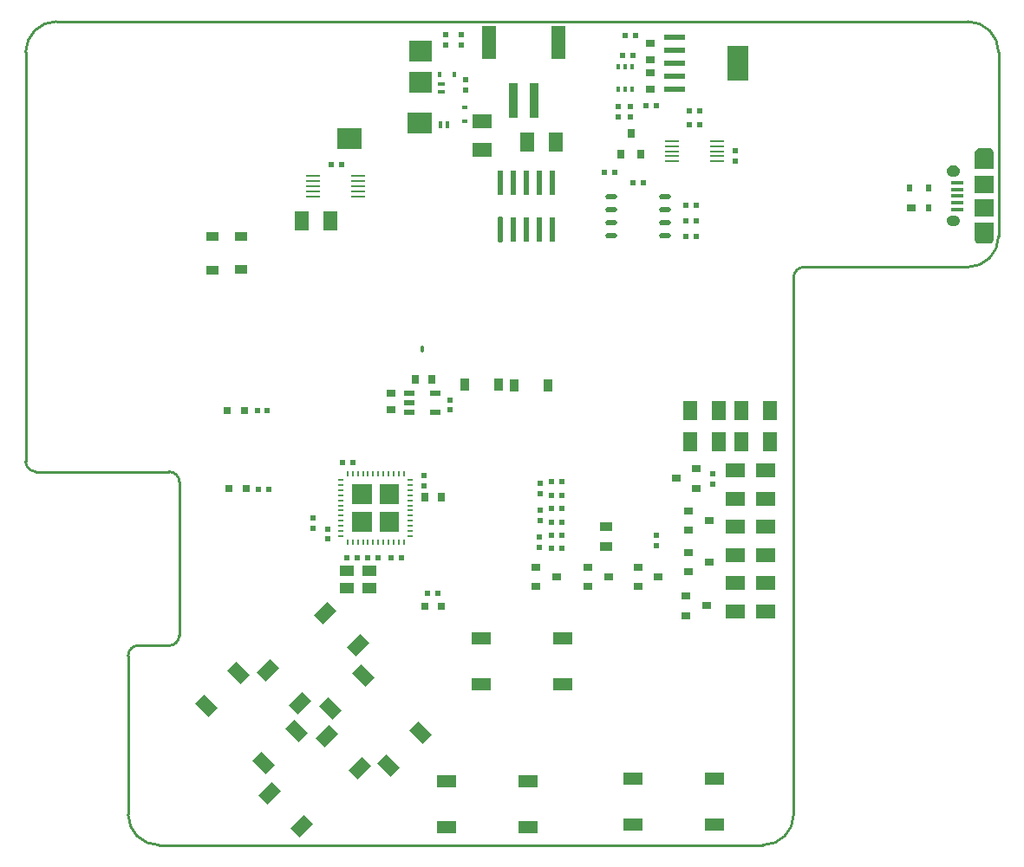
<source format=gtp>
G04*
G04 #@! TF.GenerationSoftware,Altium Limited,Altium Designer,21.0.8 (223)*
G04*
G04 Layer_Color=8421504*
%FSAX25Y25*%
%MOIN*%
G70*
G04*
G04 #@! TF.SameCoordinates,C73BC072-7C63-40B6-A927-07284C235285*
G04*
G04*
G04 #@! TF.FilePolarity,Positive*
G04*
G01*
G75*
%ADD14C,0.01000*%
%ADD22O,0.01364X0.03264*%
%ADD23R,0.02756X0.02756*%
%ADD24R,0.01339X0.02520*%
%ADD25R,0.02520X0.01339*%
%ADD26R,0.02264X0.09764*%
G04:AMPARAMS|DCode=27|XSize=97.64mil|YSize=22.64mil|CornerRadius=5.07mil|HoleSize=0mil|Usage=FLASHONLY|Rotation=90.000|XOffset=0mil|YOffset=0mil|HoleType=Round|Shape=RoundedRectangle|*
%AMROUNDEDRECTD27*
21,1,0.09764,0.01250,0,0,90.0*
21,1,0.08750,0.02264,0,0,90.0*
1,1,0.01014,0.00625,0.04375*
1,1,0.01014,0.00625,-0.04375*
1,1,0.01014,-0.00625,-0.04375*
1,1,0.01014,-0.00625,0.04375*
%
%ADD27ROUNDEDRECTD27*%
%ADD28R,0.01339X0.02126*%
%ADD29R,0.03307X0.02913*%
%ADD30R,0.02913X0.03307*%
%ADD31R,0.04882X0.03307*%
G04:AMPARAMS|DCode=32|XSize=72.44mil|YSize=48.82mil|CornerRadius=0mil|HoleSize=0mil|Usage=FLASHONLY|Rotation=45.000|XOffset=0mil|YOffset=0mil|HoleType=Round|Shape=Rectangle|*
%AMROTATEDRECTD32*
4,1,4,-0.00835,-0.04287,-0.04287,-0.00835,0.00835,0.04287,0.04287,0.00835,-0.00835,-0.04287,0.0*
%
%ADD32ROTATEDRECTD32*%

G04:AMPARAMS|DCode=33|XSize=72.44mil|YSize=48.82mil|CornerRadius=0mil|HoleSize=0mil|Usage=FLASHONLY|Rotation=315.000|XOffset=0mil|YOffset=0mil|HoleType=Round|Shape=Rectangle|*
%AMROTATEDRECTD33*
4,1,4,-0.04287,0.00835,-0.00835,0.04287,0.04287,-0.00835,0.00835,-0.04287,-0.04287,0.00835,0.0*
%
%ADD33ROTATEDRECTD33*%

%ADD34R,0.07244X0.04882*%
%ADD35R,0.05669X0.13150*%
%ADD36R,0.03701X0.13543*%
G04:AMPARAMS|DCode=37|XSize=21.26mil|YSize=23.23mil|CornerRadius=1.77mil|HoleSize=0mil|Usage=FLASHONLY|Rotation=270.000|XOffset=0mil|YOffset=0mil|HoleType=Round|Shape=RoundedRectangle|*
%AMROUNDEDRECTD37*
21,1,0.02126,0.01968,0,0,270.0*
21,1,0.01772,0.02323,0,0,270.0*
1,1,0.00354,-0.00984,-0.00886*
1,1,0.00354,-0.00984,0.00886*
1,1,0.00354,0.00984,0.00886*
1,1,0.00354,0.00984,-0.00886*
%
%ADD37ROUNDEDRECTD37*%
%ADD38R,0.05276X0.07638*%
G04:AMPARAMS|DCode=39|XSize=21.26mil|YSize=23.23mil|CornerRadius=1.77mil|HoleSize=0mil|Usage=FLASHONLY|Rotation=180.000|XOffset=0mil|YOffset=0mil|HoleType=Round|Shape=RoundedRectangle|*
%AMROUNDEDRECTD39*
21,1,0.02126,0.01968,0,0,180.0*
21,1,0.01772,0.02323,0,0,180.0*
1,1,0.00354,-0.00886,0.00984*
1,1,0.00354,0.00886,0.00984*
1,1,0.00354,0.00886,-0.00984*
1,1,0.00354,-0.00886,-0.00984*
%
%ADD39ROUNDEDRECTD39*%
%ADD40R,0.02126X0.02520*%
%ADD41R,0.03701X0.02520*%
%ADD42R,0.04564X0.03364*%
%ADD43R,0.05472X0.00945*%
%ADD44R,0.07638X0.05276*%
%ADD45O,0.04685X0.02126*%
%ADD46R,0.05276X0.00945*%
%ADD47R,0.02362X0.01575*%
%ADD48R,0.01575X0.02362*%
%ADD49R,0.03364X0.04564*%
%ADD50R,0.04291X0.02126*%
%ADD51R,0.05276X0.04488*%
%ADD52R,0.01929X0.00945*%
%ADD53R,0.00945X0.01929*%
%ADD54R,0.08425X0.02126*%
%ADD55R,0.08425X0.13543*%
%ADD56R,0.09606X0.08425*%
%ADD57R,0.08819X0.08425*%
%ADD58R,0.07244X0.06850*%
%ADD59R,0.05079X0.01339*%
G36*
X0331961Y0267898D02*
X0332482Y0267377D01*
X0332763Y0266697D01*
Y0266329D01*
Y0260149D01*
X0325520D01*
Y0266329D01*
Y0266697D01*
X0325802Y0267377D01*
X0326322Y0267898D01*
X0327002Y0268179D01*
X0331281D01*
X0331961Y0267898D01*
D02*
G37*
G36*
X0318895Y0261093D02*
X0319477Y0260512D01*
X0319791Y0259752D01*
Y0258930D01*
X0319477Y0258170D01*
X0318895Y0257589D01*
X0318135Y0257274D01*
X0316526D01*
X0315766Y0257589D01*
X0315185Y0258170D01*
X0314870Y0258930D01*
Y0259752D01*
X0315185Y0260512D01*
X0315766Y0261093D01*
X0316526Y0261408D01*
X0318135D01*
X0318895Y0261093D01*
D02*
G37*
G36*
Y0241999D02*
X0319477Y0241418D01*
X0319791Y0240658D01*
Y0239836D01*
X0319477Y0239076D01*
X0318895Y0238494D01*
X0318135Y0238180D01*
X0316526D01*
X0315766Y0238494D01*
X0315185Y0239076D01*
X0314870Y0239836D01*
Y0240658D01*
X0315185Y0241418D01*
X0315766Y0241999D01*
X0316526Y0242314D01*
X0318135D01*
X0318895Y0241999D01*
D02*
G37*
G36*
X0332763Y0233259D02*
Y0232891D01*
X0332482Y0232211D01*
X0331961Y0231690D01*
X0331281Y0231409D01*
X0327002D01*
X0326322Y0231690D01*
X0325802Y0232211D01*
X0325520Y0232891D01*
Y0233259D01*
Y0239439D01*
X0332763D01*
Y0233259D01*
D02*
G37*
G36*
X0104252Y0131301D02*
X0096772D01*
Y0138781D01*
X0104252D01*
Y0131301D01*
D02*
G37*
G36*
X0093622D02*
X0086142D01*
Y0138781D01*
X0093622D01*
Y0131301D01*
D02*
G37*
G36*
X0104252Y0120671D02*
X0096772D01*
Y0128151D01*
X0104252D01*
Y0120671D01*
D02*
G37*
G36*
X0093622D02*
X0086142D01*
Y0128151D01*
X0093622D01*
Y0120671D01*
D02*
G37*
D14*
X0015748Y0076772D02*
G03*
X0019685Y0080709I0000000J0003937D01*
G01*
X0334646Y0305118D02*
G03*
X0322835Y0316929I-0011811J0000000D01*
G01*
X-0027559D02*
G03*
X-0039370Y0305118I0000000J-0011811D01*
G01*
X0259842Y0222441D02*
G03*
X0255906Y0218504I0000000J-0003937D01*
G01*
X0322835Y0222441D02*
G03*
X0334646Y0234252I0000000J0011811D01*
G01*
X-0039370Y0147638D02*
G03*
X-0035433Y0143701I0003937J0000000D01*
G01*
X0003937Y0076772D02*
G03*
X0000000Y0072835I0000000J-0003937D01*
G01*
X0019685Y0139764D02*
G03*
X0015748Y0143701I-0003937J0000000D01*
G01*
X0244094Y0000000D02*
G03*
X0255906Y0011811I0000000J0011811D01*
G01*
X0000000D02*
G03*
X0011811Y0000000I0011811J0000000D01*
G01*
X0003937Y0076772D02*
X0015748D01*
X0019685Y0080709D02*
Y0139764D01*
X0259842Y0222441D02*
X0322835D01*
X0255906Y0011811D02*
Y0218504D01*
X0011811Y0000000D02*
X0244094D01*
X0000000Y0011811D02*
Y0072835D01*
X-0035433Y0143701D02*
X0015748D01*
X-0039370Y0147638D02*
Y0305118D01*
X-0027559Y0316929D02*
X0322835D01*
X0334646Y0234252D02*
Y0305118D01*
D22*
X0113091Y0190894D02*
D03*
D23*
X0114052Y0092000D02*
D03*
X0120548D02*
D03*
X0045348Y0137100D02*
D03*
X0038852D02*
D03*
X0044748Y0167300D02*
D03*
X0038252D02*
D03*
D24*
X0122736Y0277067D02*
D03*
X0119980D02*
D03*
D25*
X0120571Y0289961D02*
D03*
Y0292717D02*
D03*
D26*
X0163000Y0255000D02*
D03*
Y0237000D02*
D03*
X0158000Y0255000D02*
D03*
Y0237000D02*
D03*
X0153000Y0255000D02*
D03*
Y0237000D02*
D03*
X0148000Y0255000D02*
D03*
Y0237000D02*
D03*
X0143000Y0255000D02*
D03*
D27*
Y0237000D02*
D03*
D28*
X0188484Y0290945D02*
D03*
X0191043D02*
D03*
X0193602D02*
D03*
X0188484Y0299606D02*
D03*
X0191043D02*
D03*
X0193602D02*
D03*
D29*
X0176757Y0107024D02*
D03*
Y0099544D02*
D03*
X0184631Y0103284D02*
D03*
X0223441Y0124892D02*
D03*
X0215567Y0121151D02*
D03*
Y0128632D02*
D03*
X0196018Y0106919D02*
D03*
Y0099439D02*
D03*
X0203892Y0103179D02*
D03*
X0223441Y0108796D02*
D03*
X0215567Y0105056D02*
D03*
Y0112536D02*
D03*
X0218520Y0137366D02*
D03*
Y0144846D02*
D03*
X0210646Y0141106D02*
D03*
X0164721Y0103225D02*
D03*
X0156847Y0099485D02*
D03*
Y0106965D02*
D03*
X0214567Y0095807D02*
D03*
Y0088327D02*
D03*
X0222441Y0092067D02*
D03*
X0200787Y0308566D02*
D03*
Y0302267D02*
D03*
X0101203Y0167588D02*
D03*
Y0173888D02*
D03*
X0200787Y0290833D02*
D03*
Y0297132D02*
D03*
D30*
X0193300Y0273837D02*
D03*
X0197040Y0265963D02*
D03*
X0189560D02*
D03*
X0110531Y0179331D02*
D03*
X0116831D02*
D03*
X0120274Y0133782D02*
D03*
X0113975D02*
D03*
D31*
X0183800Y0114980D02*
D03*
Y0122460D02*
D03*
D32*
X0088318Y0076751D02*
D03*
X0075790Y0089279D02*
D03*
X0066186Y0054619D02*
D03*
X0053658Y0067147D02*
D03*
X0054277Y0019903D02*
D03*
X0066804Y0007375D02*
D03*
X0076408Y0042035D02*
D03*
X0088936Y0029507D02*
D03*
D33*
X0100031Y0030530D02*
D03*
X0112558Y0043057D02*
D03*
X0077899Y0052662D02*
D03*
X0090426Y0065189D02*
D03*
X0042564Y0066173D02*
D03*
X0030037Y0053646D02*
D03*
X0064696Y0044041D02*
D03*
X0052168Y0031514D02*
D03*
D34*
X0194232Y0025601D02*
D03*
Y0007884D02*
D03*
X0225532Y0025601D02*
D03*
Y0007884D02*
D03*
X0135886Y0079606D02*
D03*
Y0061890D02*
D03*
X0167185Y0079606D02*
D03*
Y0061890D02*
D03*
X0122579Y0024606D02*
D03*
Y0006890D02*
D03*
X0153878Y0024606D02*
D03*
Y0006890D02*
D03*
D35*
X0138906Y0309047D02*
D03*
X0165284D02*
D03*
D36*
X0148158Y0286409D02*
D03*
X0156032D02*
D03*
D37*
X0218504Y0246063D02*
D03*
X0214567D02*
D03*
X0218504Y0234252D02*
D03*
X0214567D02*
D03*
X0218504Y0240158D02*
D03*
X0214567D02*
D03*
X0115232Y0096900D02*
D03*
X0119168D02*
D03*
X0194000Y0255000D02*
D03*
X0197937D02*
D03*
X0162847Y0114068D02*
D03*
X0166783D02*
D03*
X0162847Y0124338D02*
D03*
X0166783D02*
D03*
Y0119203D02*
D03*
X0162847D02*
D03*
X0166783Y0129473D02*
D03*
X0162847D02*
D03*
X0166783Y0139743D02*
D03*
X0162847D02*
D03*
X0162847Y0134608D02*
D03*
X0166783D02*
D03*
X0193996Y0303840D02*
D03*
X0190059D02*
D03*
X0215732Y0277200D02*
D03*
X0219669D02*
D03*
X0081968Y0262000D02*
D03*
X0078031D02*
D03*
X0050131Y0136900D02*
D03*
X0054068D02*
D03*
X0049632Y0167200D02*
D03*
X0053569D02*
D03*
X0219640Y0282414D02*
D03*
X0215703D02*
D03*
X0203068Y0284600D02*
D03*
X0199132D02*
D03*
X0191049Y0311574D02*
D03*
X0194986D02*
D03*
X0086347Y0147321D02*
D03*
X0082410D02*
D03*
X0084061Y0110655D02*
D03*
X0087998D02*
D03*
X0186969Y0259000D02*
D03*
X0183031D02*
D03*
X0095999Y0110656D02*
D03*
X0092062D02*
D03*
X0101077Y0110656D02*
D03*
X0105014D02*
D03*
D38*
X0153551Y0270654D02*
D03*
X0164575D02*
D03*
X0077713Y0240099D02*
D03*
X0066689D02*
D03*
X0215961Y0155165D02*
D03*
X0226984D02*
D03*
X0246669D02*
D03*
X0235646D02*
D03*
X0246669Y0167354D02*
D03*
X0235646D02*
D03*
X0215961D02*
D03*
X0226984D02*
D03*
D39*
X0193100Y0280331D02*
D03*
Y0284268D02*
D03*
X0188300Y0280331D02*
D03*
Y0284268D02*
D03*
X0158205Y0114664D02*
D03*
Y0118601D02*
D03*
X0158280Y0124885D02*
D03*
Y0128822D02*
D03*
Y0135188D02*
D03*
Y0139125D02*
D03*
X0233400Y0267069D02*
D03*
Y0263131D02*
D03*
X0224909Y0142881D02*
D03*
Y0138944D02*
D03*
X0202932Y0115295D02*
D03*
Y0119232D02*
D03*
X0129724Y0294390D02*
D03*
Y0290453D02*
D03*
X0128000Y0307803D02*
D03*
Y0311740D02*
D03*
X0122000Y0307803D02*
D03*
Y0311740D02*
D03*
X0123814Y0167420D02*
D03*
Y0171357D02*
D03*
X0071000Y0125969D02*
D03*
Y0122031D02*
D03*
X0076849Y0121679D02*
D03*
Y0117742D02*
D03*
X0113841Y0138328D02*
D03*
Y0142265D02*
D03*
D40*
X0307874Y0252953D02*
D03*
Y0245079D02*
D03*
X0300394Y0252953D02*
D03*
D41*
X0301181Y0245079D02*
D03*
D42*
X0043445Y0234305D02*
D03*
Y0221405D02*
D03*
X0032381Y0234108D02*
D03*
Y0221208D02*
D03*
D43*
X0088485Y0253641D02*
D03*
Y0251673D02*
D03*
Y0249704D02*
D03*
Y0255610D02*
D03*
Y0257578D02*
D03*
X0071162Y0253641D02*
D03*
Y0251673D02*
D03*
Y0249704D02*
D03*
Y0255610D02*
D03*
Y0257578D02*
D03*
D44*
X0136000Y0278512D02*
D03*
Y0267488D02*
D03*
X0233283Y0089787D02*
D03*
Y0100811D02*
D03*
X0245094Y0089787D02*
D03*
Y0100811D02*
D03*
Y0111441D02*
D03*
Y0122465D02*
D03*
X0233283Y0111441D02*
D03*
Y0122465D02*
D03*
Y0133095D02*
D03*
Y0144118D02*
D03*
X0245094Y0133095D02*
D03*
Y0144118D02*
D03*
D45*
X0206363Y0234615D02*
D03*
Y0239615D02*
D03*
Y0244615D02*
D03*
Y0249615D02*
D03*
X0185693Y0234615D02*
D03*
Y0239615D02*
D03*
Y0244615D02*
D03*
Y0249615D02*
D03*
D46*
X0226303Y0263084D02*
D03*
Y0265052D02*
D03*
Y0267021D02*
D03*
Y0268989D02*
D03*
Y0270958D02*
D03*
X0208980D02*
D03*
Y0268989D02*
D03*
Y0267021D02*
D03*
Y0265052D02*
D03*
Y0263084D02*
D03*
D47*
X0129429Y0278445D02*
D03*
Y0283957D02*
D03*
D48*
X0119783Y0296654D02*
D03*
X0125295D02*
D03*
D49*
X0161450Y0177000D02*
D03*
X0148550D02*
D03*
X0142277Y0177134D02*
D03*
X0129377D02*
D03*
D50*
X0118049Y0173878D02*
D03*
Y0166397D02*
D03*
X0108206D02*
D03*
Y0170138D02*
D03*
Y0173878D02*
D03*
D51*
X0084164Y0098797D02*
D03*
X0092825D02*
D03*
Y0105490D02*
D03*
X0084164D02*
D03*
D52*
X0081909Y0118899D02*
D03*
Y0120868D02*
D03*
Y0122836D02*
D03*
Y0124805D02*
D03*
Y0126773D02*
D03*
Y0128742D02*
D03*
Y0130710D02*
D03*
Y0132679D02*
D03*
Y0134647D02*
D03*
Y0136616D02*
D03*
Y0138584D02*
D03*
Y0140553D02*
D03*
X0108484D02*
D03*
Y0138584D02*
D03*
Y0136616D02*
D03*
Y0134647D02*
D03*
Y0132679D02*
D03*
Y0130710D02*
D03*
Y0128742D02*
D03*
Y0126773D02*
D03*
Y0124805D02*
D03*
Y0122836D02*
D03*
Y0120868D02*
D03*
Y0118899D02*
D03*
D53*
X0084370Y0143013D02*
D03*
X0086338D02*
D03*
X0088307D02*
D03*
X0090275D02*
D03*
X0092244D02*
D03*
X0094212D02*
D03*
X0096181D02*
D03*
X0098149D02*
D03*
X0100118D02*
D03*
X0102086D02*
D03*
X0104055D02*
D03*
X0106023D02*
D03*
Y0116439D02*
D03*
X0104055D02*
D03*
X0102086D02*
D03*
X0100118D02*
D03*
X0098149D02*
D03*
X0096181D02*
D03*
X0094212D02*
D03*
X0092244D02*
D03*
X0090275D02*
D03*
X0088307D02*
D03*
X0086338D02*
D03*
X0084370D02*
D03*
D54*
X0209991Y0300900D02*
D03*
Y0295900D02*
D03*
Y0290900D02*
D03*
Y0305900D02*
D03*
Y0310900D02*
D03*
D55*
X0234400Y0300900D02*
D03*
D56*
X0084982Y0272032D02*
D03*
X0112147Y0277937D02*
D03*
D57*
X0112541Y0305497D02*
D03*
Y0293685D02*
D03*
D58*
X0329142Y0245266D02*
D03*
Y0254322D02*
D03*
D59*
X0318610Y0244676D02*
D03*
Y0247235D02*
D03*
Y0249794D02*
D03*
Y0252353D02*
D03*
Y0254912D02*
D03*
M02*

</source>
